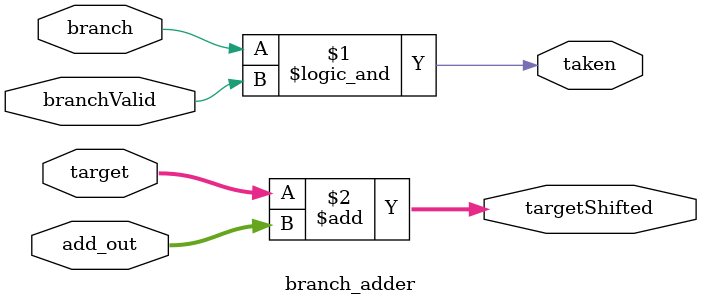
<source format=v>
module branch_adder(
	 input branchValid,
	 input branch,     
    input wire [31:0] add_out,
	 input wire [31:0] target,
	 output taken,
    output wire [31:0] targetShifted 
);



assign taken = (branch && branchValid);
assign targetShifted = target + add_out ;





endmodule
</source>
